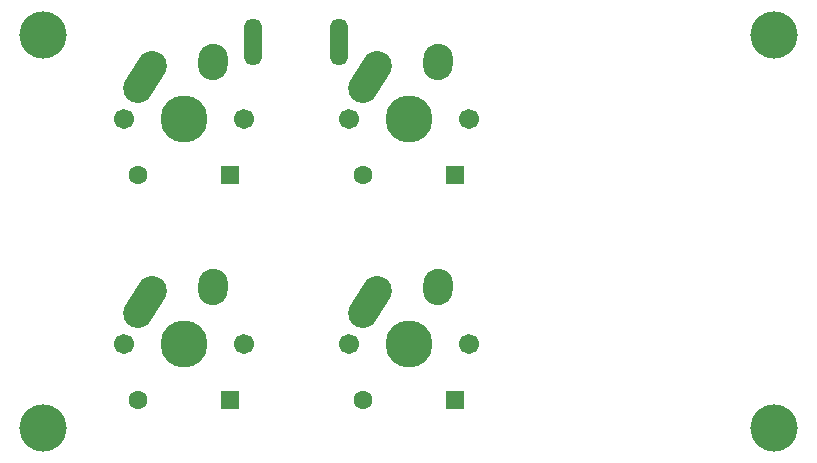
<source format=gts>
%TF.GenerationSoftware,KiCad,Pcbnew,(6.0.2)*%
%TF.CreationDate,2022-04-17T22:42:43-04:00*%
%TF.ProjectId,macropadfr,6d616372-6f70-4616-9466-722e6b696361,rev?*%
%TF.SameCoordinates,Original*%
%TF.FileFunction,Soldermask,Top*%
%TF.FilePolarity,Negative*%
%FSLAX46Y46*%
G04 Gerber Fmt 4.6, Leading zero omitted, Abs format (unit mm)*
G04 Created by KiCad (PCBNEW (6.0.2)) date 2022-04-17 22:42:43*
%MOMM*%
%LPD*%
G01*
G04 APERTURE LIST*
G04 Aperture macros list*
%AMHorizOval*
0 Thick line with rounded ends*
0 $1 width*
0 $2 $3 position (X,Y) of the first rounded end (center of the circle)*
0 $4 $5 position (X,Y) of the second rounded end (center of the circle)*
0 Add line between two ends*
20,1,$1,$2,$3,$4,$5,0*
0 Add two circle primitives to create the rounded ends*
1,1,$1,$2,$3*
1,1,$1,$4,$5*%
G04 Aperture macros list end*
%ADD10C,1.701800*%
%ADD11C,3.987800*%
%ADD12HorizOval,2.500000X-0.604462X-0.948815X0.604462X0.948815X0*%
%ADD13HorizOval,2.500000X-0.019724X-0.289328X0.019724X0.289328X0*%
%ADD14C,4.000000*%
%ADD15R,1.600000X1.600000*%
%ADD16C,1.600000*%
%ADD17O,1.500000X4.000000*%
G04 APERTURE END LIST*
D10*
%TO.C,K1*%
X156845000Y-83343750D03*
X167005000Y-83343750D03*
D11*
X161925000Y-83343750D03*
D12*
X158670000Y-79823750D03*
D13*
X164445000Y-78553750D03*
%TD*%
D14*
%TO.C,*%
X150018750Y-109537500D03*
%TD*%
D10*
%TO.C,K4*%
X186055000Y-102393750D03*
D11*
X180975000Y-102393750D03*
D10*
X175895000Y-102393750D03*
D12*
X177720000Y-98873750D03*
D13*
X183495000Y-97603750D03*
%TD*%
D14*
%TO.C,REF\u002A\u002A*%
X211931250Y-76200000D03*
%TD*%
%TO.C,*%
X211931250Y-109537500D03*
%TD*%
D11*
%TO.C,K3*%
X180975000Y-83343750D03*
D10*
X175895000Y-83343750D03*
X186055000Y-83343750D03*
D12*
X177720000Y-79823750D03*
D13*
X183495000Y-78553750D03*
%TD*%
D14*
%TO.C,*%
X150018750Y-76200000D03*
%TD*%
D10*
%TO.C,K2*%
X156845000Y-102393750D03*
D11*
X161925000Y-102393750D03*
D10*
X167005000Y-102393750D03*
D12*
X158670000Y-98873750D03*
D13*
X164445000Y-97603750D03*
%TD*%
D15*
%TO.C,D3*%
X184875000Y-88106250D03*
D16*
X177075000Y-88106250D03*
%TD*%
D15*
%TO.C,D2*%
X165825000Y-107156250D03*
D16*
X158025000Y-107156250D03*
%TD*%
D17*
%TO.C,Micro_USB1*%
X175100000Y-76850000D03*
X167800000Y-76850000D03*
%TD*%
D15*
%TO.C,D4*%
X184875000Y-107156250D03*
D16*
X177075000Y-107156250D03*
%TD*%
D15*
%TO.C,D1*%
X165825000Y-88106250D03*
D16*
X158025000Y-88106250D03*
%TD*%
M02*

</source>
